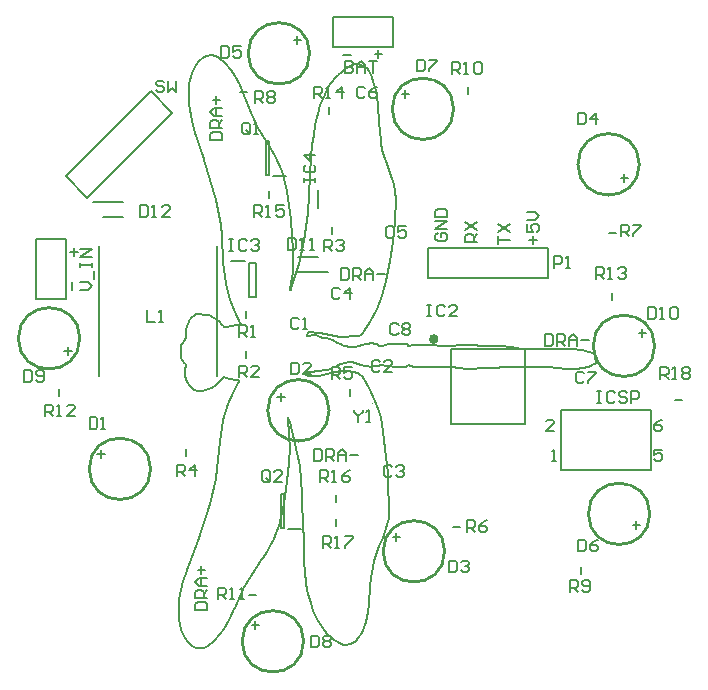
<source format=gto>
G04 Layer_Color=65535*
%FSLAX24Y24*%
%MOIN*%
G70*
G01*
G75*
%ADD23C,0.0100*%
%ADD40C,0.0039*%
%ADD41C,0.0157*%
%ADD42C,0.0050*%
%ADD43C,0.0079*%
%ADD44C,0.0050*%
%ADD45C,0.0050*%
%ADD46C,0.0060*%
%ADD47C,0.0060*%
D23*
X-1846Y-9800D02*
G03*
X-1846Y-9800I-1024J0D01*
G01*
X-996Y-2100D02*
G03*
X-996Y-2100I-1024J0D01*
G01*
X3154Y7950D02*
G03*
X3154Y7950I-1024J0D01*
G01*
X9854Y50D02*
G03*
X9854Y50I-1024J0D01*
G01*
X9694Y-5550D02*
G03*
X9694Y-5550I-1024J0D01*
G01*
X-6946Y-4050D02*
G03*
X-6946Y-4050I-1024J0D01*
G01*
X9344Y6100D02*
G03*
X9344Y6100I-1024J0D01*
G01*
X-9306Y300D02*
G03*
X-9306Y300I-1024J0D01*
G01*
X-1646Y9800D02*
G03*
X-1646Y9800I-1024J0D01*
G01*
X2854Y-6800D02*
G03*
X2854Y-6800I-1024J0D01*
G01*
D40*
X481Y-1888D02*
G03*
X441Y-1888I-20J0D01*
G01*
D02*
G03*
X481Y-1888I20J0D01*
G01*
D41*
X2571Y275D02*
G03*
X2571Y275I-79J0D01*
G01*
D42*
X826Y-6272D02*
D03*
D43*
X-300Y-1618D02*
Y-1382D01*
X7400Y-7568D02*
Y-7332D01*
X3132Y-6000D02*
X3368D01*
X-3968Y8500D02*
X-3732D01*
X-2853Y5696D02*
X-2420D01*
X-2991Y5729D02*
Y6871D01*
X-3109D02*
X-2991D01*
X-3109Y5729D02*
Y6871D01*
Y5729D02*
X-2991D01*
X8332Y3800D02*
X8568D01*
X-1000Y7782D02*
Y8018D01*
X-1376Y4632D02*
Y5232D01*
X-900Y3782D02*
Y4018D01*
X-2032Y2996D02*
X-1363D01*
X-2032Y2504D02*
X-1028D01*
X2300Y2300D02*
Y3300D01*
X6300D01*
X2300Y2300D02*
X6300D01*
Y3300D01*
X9750Y-4100D02*
Y-2100D01*
X6750Y-4100D02*
Y-2100D01*
X9750D01*
X6750Y-4100D02*
X9750D01*
X7833D02*
X9750D01*
X-10000Y-1618D02*
Y-1382D01*
X-2353Y-6054D02*
X-1920D01*
X-2491Y-6021D02*
Y-4879D01*
X-2609D02*
X-2491D01*
X-2609Y-6021D02*
Y-4879D01*
Y-6021D02*
X-2491D01*
X-750Y-5968D02*
Y-5732D01*
Y-5168D02*
Y-4932D01*
X3053Y-60D02*
X5533D01*
Y-2540D02*
Y-60D01*
X3053Y-2540D02*
X5533D01*
X3053D02*
Y-60D01*
X-4278Y2880D02*
X-3806D01*
X-3668Y1679D02*
Y2821D01*
Y1679D02*
X-3432D01*
Y2821D01*
X-3668D02*
X-3432D01*
X-8669Y-965D02*
Y3365D01*
X-4732Y-965D02*
Y3365D01*
X-8535Y4354D02*
X-7865D01*
X-8869Y4846D02*
X-7865D01*
X-3000Y4982D02*
Y5218D01*
X8450Y1582D02*
Y1818D01*
X3650Y8432D02*
Y8668D01*
X-3750Y982D02*
Y1218D01*
Y-368D02*
Y-132D01*
X-6929Y8528D02*
X-6222Y7821D01*
X-9050Y4993D02*
X-6222Y7821D01*
X-9757Y5700D02*
X-6929Y8528D01*
X-9757Y5700D02*
X-9050Y4993D01*
X-850Y10000D02*
X1150D01*
Y11000D01*
X-850D02*
X1150D01*
X-850Y10000D02*
Y11000D01*
X-9750Y1600D02*
Y3600D01*
X-10750D02*
X-9750D01*
X-10750Y1600D02*
Y3600D01*
Y1600D02*
X-9750D01*
X-5750Y-3618D02*
Y-3382D01*
X-3668Y-8250D02*
X-3432D01*
X10532Y-1750D02*
X10768D01*
D44*
X-1733Y365D02*
X-1674Y380D01*
X-1807Y-777D02*
X-1698Y-809D01*
X-1733Y365D02*
X-1705Y501D01*
X-1807Y-777D02*
X-1763Y-927D01*
D45*
X3806Y63D02*
X4089Y45D01*
X3598Y71D02*
X3806Y63D01*
X3392Y62D02*
X3598Y71D01*
X3070Y42D02*
X3392Y62D01*
X2775Y42D02*
X3070D01*
X2442Y70D02*
X2775Y42D01*
X2103Y87D02*
X2442Y70D01*
X1959Y87D02*
X2103D01*
X1858Y75D02*
X1959Y87D01*
X1761Y62D02*
X1858Y75D01*
X1710Y46D02*
X1761Y62D01*
X1671Y38D02*
X1710Y46D01*
X1650Y38D02*
X1671D01*
X1627Y71D02*
X1650Y38D01*
X1592Y103D02*
X1627Y71D01*
X1549Y115D02*
X1592Y103D01*
X1463Y115D02*
X1549D01*
X1231D02*
X1463D01*
X1094Y108D02*
X1231Y115D01*
X949Y101D02*
X1094Y108D01*
X908Y90D02*
X949Y101D01*
X879Y81D02*
X908Y90D01*
X846Y68D02*
X879Y81D01*
X814Y61D02*
X846Y68D01*
X682Y61D02*
X814D01*
X649Y91D02*
X682Y61D01*
X597Y113D02*
X649Y91D01*
X555Y122D02*
X597Y113D01*
X400Y134D02*
X555Y122D01*
X292Y124D02*
X400Y134D01*
X222Y111D02*
X292Y124D01*
X95Y80D02*
X222Y111D01*
X-8Y51D02*
X95Y80D01*
X-134Y26D02*
X-8Y51D01*
X-233Y13D02*
X-134Y26D01*
X-347Y13D02*
X-233D01*
X-428Y28D02*
X-347Y13D01*
X-506Y48D02*
X-428Y28D01*
X-571Y79D02*
X-506Y48D01*
X-611Y101D02*
X-571Y79D01*
X-734Y161D02*
X-611Y101D01*
X-868Y234D02*
X-734Y161D01*
X-1004Y287D02*
X-868Y234D01*
X-1055Y298D02*
X-1004Y287D01*
X-1116Y309D02*
X-1055Y298D01*
X-1244Y309D02*
X-1116D01*
X-1275Y328D02*
X-1244Y309D01*
X-1304Y350D02*
X-1275Y328D01*
X-1419Y400D02*
X-1304Y350D01*
X-1565Y400D02*
X-1419D01*
X-1624Y391D02*
X-1565Y400D01*
X-1674Y380D02*
X-1624Y391D01*
X-14Y376D02*
X52Y416D01*
X124Y472D01*
X183Y537D01*
X381Y845D01*
X595Y1265D01*
X765Y1704D01*
X905Y2208D01*
X1041Y2886D01*
X1126Y3509D01*
X1187Y4171D01*
X1221Y4944D01*
X1211Y5178D02*
X1221Y4944D01*
X1160Y5433D02*
X1211Y5178D01*
X1106Y5618D02*
X1160Y5433D01*
X1030Y5824D02*
X1106Y5618D01*
X930Y6095D02*
X1030Y5824D01*
X822Y6392D02*
X930Y6095D01*
X774Y6586D02*
X822Y6392D01*
X733Y6798D02*
X774Y6586D01*
X719Y6928D02*
X733Y6798D01*
X706Y7153D02*
X719Y6928D01*
X338Y9203D02*
X448Y9005D01*
X258Y9297D02*
X338Y9203D01*
X175Y9354D02*
X258Y9297D01*
X63Y9407D02*
X175Y9354D01*
X-46Y9428D02*
X63Y9407D01*
X-117Y9428D02*
X-46D01*
X-223Y9399D02*
X-117Y9428D01*
X-330Y9348D02*
X-223Y9399D01*
X-453Y9276D02*
X-330Y9348D01*
X-574Y9191D02*
X-453Y9276D01*
X-697Y9087D02*
X-574Y9191D01*
X-789Y8986D02*
X-697Y9087D01*
X-1028Y8666D02*
X-789Y8986D01*
X-1183Y8351D02*
X-1028Y8666D01*
X-1288Y8089D02*
X-1183Y8351D01*
X-1380Y7788D02*
X-1288Y8089D01*
X-1409Y7669D02*
X-1380Y7788D01*
X-1457Y7416D02*
X-1409Y7669D01*
X-1514Y7073D02*
X-1457Y7416D01*
X-1556Y6740D02*
X-1514Y7073D01*
X-1590Y6341D02*
X-1556Y6740D01*
X-1621Y5710D02*
X-1590Y6341D01*
X-3084Y6868D02*
X-2994Y6728D01*
X-3352Y7313D02*
X-3084Y6868D01*
X-3575Y7732D02*
X-3352Y7313D01*
X-3807Y8325D02*
X-3575Y7732D01*
X-3971Y8746D02*
X-3807Y8325D01*
X-4137Y9054D02*
X-3971Y8746D01*
X-4267Y9241D02*
X-4137Y9054D01*
X-4468Y9482D02*
X-4267Y9241D01*
X-4650Y9649D02*
X-4468Y9482D01*
X-4780Y9708D02*
X-4650Y9649D01*
X-4927Y9731D02*
X-4780Y9708D01*
X-5050Y9717D02*
X-4927Y9731D01*
X-5167Y9664D02*
X-5050Y9717D01*
X-5319Y9542D02*
X-5167Y9664D01*
X-5429Y9406D02*
X-5319Y9542D01*
X-5566Y9153D02*
X-5429Y9406D01*
X-5664Y8782D02*
X-5566Y9153D01*
X-5664Y8122D02*
Y8782D01*
Y8122D02*
X-5554Y7532D01*
X-5451Y7152D01*
X-5207Y6378D01*
X-4570Y3696D02*
X-4524Y2846D01*
X-4430Y2107D01*
X-4310Y1577D01*
X-4148Y1187D01*
X-3955Y804D01*
X-5849Y205D02*
X-5804Y250D01*
X-5880Y161D02*
X-5849Y205D01*
X-5919Y83D02*
X-5880Y161D01*
X-5940Y1D02*
X-5919Y83D01*
X-5940Y-64D02*
Y1D01*
Y-131D02*
Y-64D01*
X6907Y-714D02*
X7271Y-722D01*
X6324Y-671D02*
X6907Y-714D01*
X5893Y-654D02*
X6324Y-671D01*
X5438Y-648D02*
X5893Y-654D01*
X4856Y-653D02*
X5438Y-648D01*
X4506Y-674D02*
X4856Y-653D01*
X4074Y-700D02*
X4506Y-674D01*
X3791Y-706D02*
X4074Y-700D01*
X3583Y-706D02*
X3791Y-706D01*
X3377Y-689D02*
X3583Y-706D01*
X3056Y-656D02*
X3377Y-689D01*
X2762Y-645D02*
X3056Y-656D01*
X2427Y-661D02*
X2762Y-645D01*
X2089Y-664D02*
X2427Y-661D01*
X1945Y-658D02*
X2089Y-664D01*
X1844Y-642D02*
X1945Y-658D01*
X1747Y-626D02*
X1844Y-642D01*
X1697Y-607D02*
X1747Y-626D01*
X1659Y-598D02*
X1697Y-607D01*
X1637Y-597D02*
X1659Y-598D01*
X1614Y-629D02*
X1637Y-597D01*
X1577Y-660D02*
X1614Y-629D01*
X1534Y-670D02*
X1577Y-660D01*
X1448Y-667D02*
X1534Y-670D01*
X540Y-638D02*
X583Y-631D01*
X384Y-644D02*
X540Y-638D01*
X277Y-630D02*
X384Y-644D01*
X208Y-614D02*
X277Y-630D01*
X82Y-578D02*
X208Y-614D01*
X-20Y-545D02*
X82Y-578D01*
X-144Y-516D02*
X-20Y-545D01*
X-243Y-499D02*
X-144Y-516D01*
X-357Y-495D02*
X-243Y-499D01*
X-439Y-506D02*
X-357Y-495D01*
X-517Y-523D02*
X-439Y-506D01*
X-583Y-551D02*
X-517Y-523D01*
X-624Y-572D02*
X-583Y-551D01*
X-749Y-627D02*
X-624Y-572D01*
X-887Y-695D02*
X-749Y-627D01*
X-1024Y-742D02*
X-887Y-695D01*
X-1075Y-751D02*
X-1024Y-742D01*
X-1137Y-759D02*
X-1075Y-751D01*
X-1698Y-809D02*
X-1648Y-822D01*
X-1763Y-927D02*
X-1666Y-944D01*
X-1535Y-949D01*
X-1336Y-939D01*
X-1079Y-894D01*
X-921Y-860D01*
X-598Y-801D01*
X-333Y-794D01*
X-197Y-812D01*
X-38Y-870D01*
X26Y-912D01*
X96Y-971D01*
X153Y-1039D01*
X338Y-1354D01*
X535Y-1782D01*
X688Y-2227D01*
X760Y-2531D01*
X682Y-6622D02*
X792Y-6355D01*
X562Y-6914D02*
X682Y-6622D01*
X506Y-7106D02*
X562Y-6914D01*
X457Y-7316D02*
X506Y-7106D01*
X428Y-7511D02*
X457Y-7316D01*
X413Y-7670D02*
X428Y-7511D01*
X379Y-7986D02*
X413Y-7670D01*
X337Y-8570D02*
X379Y-7986D01*
X308Y-8830D02*
X337Y-8570D01*
X229Y-9167D02*
X308Y-8830D01*
X89Y-9506D02*
X229Y-9167D01*
X-32Y-9704D02*
X89Y-9506D01*
X-115Y-9795D02*
X-32Y-9704D01*
X-200Y-9848D02*
X-115Y-9795D01*
X-314Y-9897D02*
X-200Y-9848D01*
X-424Y-9914D02*
X-314Y-9897D01*
X-495Y-9911D02*
X-424Y-9914D01*
X-600Y-9878D02*
X-495Y-9911D01*
X-704Y-9823D02*
X-600Y-9878D01*
X-824Y-9746D02*
X-704Y-9823D01*
X-942Y-9656D02*
X-824Y-9746D01*
X-1061Y-9547D02*
X-942Y-9656D01*
X-1149Y-9443D02*
X-1061Y-9547D01*
X-1376Y-9114D02*
X-1149Y-9443D01*
X-1518Y-8793D02*
X-1376Y-9114D01*
X-1613Y-8527D02*
X-1518Y-8793D01*
X-1693Y-8223D02*
X-1613Y-8527D01*
X-1717Y-8103D02*
X-1693Y-8223D01*
X-1756Y-7848D02*
X-1717Y-8103D01*
X-1799Y-7504D02*
X-1756Y-7848D01*
X-1828Y-7169D02*
X-1799Y-7504D01*
X-1846Y-6769D02*
X-1828Y-7169D01*
X-1849Y-6476D02*
X-1846Y-6769D01*
X-2354Y-2505D02*
X-2324Y-2775D01*
X-2317Y-2941D01*
X-2314Y-3371D01*
X-2333Y-3849D02*
X-2314Y-3371D01*
X-2400Y-4447D02*
X-2333Y-3849D01*
X-2513Y-5210D02*
X-2400Y-4447D01*
X-2596Y-5647D02*
X-2513Y-5210D01*
X-2673Y-5952D02*
X-2596Y-5647D01*
X-2751Y-6180D02*
X-2673Y-5952D01*
X-2834Y-6374D02*
X-2751Y-6180D01*
X-2959Y-6616D02*
X-2834Y-6374D01*
X-3072Y-6811D02*
X-2959Y-6616D01*
X-3203Y-7010D02*
X-3072Y-6811D01*
X-3264Y-7101D02*
X-3203Y-7010D01*
X-3304Y-7158D02*
X-3264Y-7101D01*
X-4319Y-9079D02*
X-4139Y-8665D01*
X-4498Y-9381D02*
X-4319Y-9079D01*
X-4634Y-9562D02*
X-4498Y-9381D01*
X-4844Y-9795D02*
X-4634Y-9562D01*
X-5033Y-9955D02*
X-4844Y-9795D01*
X-5165Y-10008D02*
X-5033Y-9955D01*
X-5313Y-10026D02*
X-5165Y-10008D01*
X-5435Y-10007D02*
X-5313Y-10026D01*
X-5550Y-9950D02*
X-5435Y-10007D01*
X-5698Y-9822D02*
X-5550Y-9950D01*
X-5802Y-9681D02*
X-5698Y-9822D01*
X-5928Y-9423D02*
X-5802Y-9681D01*
X-6012Y-9049D02*
X-5928Y-9423D01*
X-6012Y-9049D02*
X-5986Y-8389D01*
X-5853Y-7804D01*
X-5740Y-7439D01*
X-4751Y-4387D02*
X-4721Y-4010D01*
X-4641Y-3162D01*
X-4518Y-2427D01*
X-4378Y-1902D01*
X-4201Y-1519D01*
X-4019Y-1192D01*
X-4782Y-1261D02*
X-4551Y-1051D01*
X-4902Y-1352D02*
X-4782Y-1261D01*
X-5226Y-1462D02*
X-4902Y-1352D01*
X-5381Y-1456D02*
X-5226Y-1462D01*
X-5495Y-1412D02*
X-5381Y-1456D01*
X-5644Y-1294D02*
X-5495Y-1412D01*
X-5731Y-1151D02*
X-5644Y-1294D01*
X-5813Y-944D02*
X-5731Y-1151D01*
X-5813Y-944D02*
X-5805Y-742D01*
X-5768Y-590D01*
X-5766Y-553D01*
X-5821Y-516D02*
X-5766Y-553D01*
X-5862Y-471D02*
X-5821Y-516D01*
X-5891Y-426D02*
X-5862Y-471D01*
X-5927Y-346D02*
X-5891Y-426D01*
X-5945Y-264D02*
X-5927Y-346D01*
X-5945Y-264D02*
X-5943Y-199D01*
X-5940Y-131D01*
X7872Y-247D02*
X7873Y-247D01*
X7873Y-247D01*
X7873Y-247D02*
X7873Y-247D01*
X7872Y-247D02*
X7873Y-247D01*
X7866Y-244D02*
X7872Y-247D01*
X7846Y-233D02*
X7866Y-244D01*
X7790Y-205D02*
X7846Y-233D01*
X7663Y-148D02*
X7790Y-205D01*
X7441Y-83D02*
X7663Y-148D01*
X7103Y-57D02*
X7441Y-83D01*
X6508Y-63D02*
X7103Y-57D01*
X5423Y-55D02*
X6508Y-63D01*
X-1705Y501D02*
X-1313Y488D01*
X-618Y348D01*
X-52Y369D01*
X679Y7588D02*
X706Y7153D01*
X610Y8443D02*
X679Y7588D01*
X442Y8984D02*
X610Y8443D01*
X-1704Y4475D02*
X-1621Y5722D01*
X-1823Y3533D02*
X-1704Y4475D01*
X-2005Y2792D02*
X-1823Y3533D01*
X-2226Y2075D02*
X-2005Y2792D01*
X-2267Y1957D02*
X-2226Y2075D01*
X-2278Y1930D02*
X-2267Y1957D01*
X-2282Y1924D02*
X-2278Y1930D01*
X-2284Y1921D02*
X-2282Y1924D01*
X-2285Y1921D02*
X-2284Y1921D01*
X-2286Y1921D02*
X-2285Y1921D01*
X-2287Y1922D02*
X-2286Y1921D01*
X-2288Y1925D02*
X-2287Y1922D01*
X-2288Y1934D02*
X-2288Y1925D01*
X-2288Y1934D02*
X-2259Y2136D01*
X-2215Y2523D01*
X-2197Y3212D01*
X-2262Y4252D02*
X-2197Y3212D01*
X-2385Y5214D02*
X-2262Y4252D01*
X-2551Y5866D02*
X-2385Y5214D01*
X-2791Y6382D02*
X-2551Y5866D01*
X-3019Y6767D02*
X-2791Y6382D01*
X-5152Y6238D02*
X-4752Y4906D01*
X-4597Y4093D01*
X-3954Y804D02*
X-3948Y775D01*
X-3960Y760D02*
X-3948Y775D01*
X-4019Y750D02*
X-3960Y760D01*
X-4094Y745D02*
X-4019Y750D01*
X-4384Y692D02*
X-4094Y745D01*
X-4453Y668D02*
X-4384Y692D01*
X-4485Y669D02*
X-4453Y668D01*
X-4516Y702D02*
X-4485Y669D01*
X-4557Y754D02*
X-4516Y702D01*
X-4683Y887D02*
X-4557Y754D01*
X-4990Y1087D02*
X-4683Y887D01*
X-5419Y1126D02*
X-4990Y1087D01*
X-5641Y937D02*
X-5419Y1126D01*
X-5765Y619D02*
X-5641Y937D01*
X-5765Y619D02*
X-5759Y348D01*
X-5798Y250D02*
X-5759Y348D01*
X7906Y-291D02*
X7922Y-402D01*
X7872Y-247D02*
X7906Y-291D01*
X7865Y-556D02*
X7867Y-555D01*
X7867Y-555D01*
X7867Y-555D02*
X7867Y-555D01*
X7866Y-556D02*
X7867Y-555D01*
X7860Y-559D02*
X7866Y-556D01*
X7840Y-568D02*
X7860Y-559D01*
X7783Y-595D02*
X7840Y-568D01*
X7653Y-646D02*
X7783Y-595D01*
X7429Y-703D02*
X7653Y-646D01*
X899Y-620D02*
X1291Y-659D01*
X776Y-589D02*
X899Y-620D01*
X586Y-626D02*
X776Y-589D01*
X-1346Y-797D02*
X-1144Y-755D01*
X-1641Y-822D02*
X-1346Y-797D01*
X979Y-4202D02*
X990Y-5673D01*
X825Y-6271D02*
X990Y-5673D01*
X-1887Y-4900D02*
X-1853Y-6149D01*
X-2122Y-3207D02*
X-1969Y-3954D01*
X-2315Y-2481D02*
X-2122Y-3207D01*
X-2351Y-2362D02*
X-2315Y-2481D01*
X-2361Y-2335D02*
X-2351Y-2362D01*
X-2365Y-2328D02*
X-2361Y-2335D01*
X-2367Y-2325D02*
X-2365Y-2328D01*
X-2368Y-2324D02*
X-2367Y-2325D01*
X-2369Y-2325D02*
X-2368Y-2324D01*
X-2370Y-2326D02*
X-2369Y-2325D01*
X-2371Y-2329D02*
X-2370Y-2326D01*
X-2372Y-2338D02*
X-2371Y-2329D01*
X-2372Y-2338D02*
X-2351Y-2541D01*
X-5726Y-7432D02*
X-5381Y-6467D01*
X-4950Y-5212D01*
X-4763Y-4405D01*
X-3992Y-1143D02*
X-3985Y-1115D01*
X-3997Y-1099D02*
X-3985Y-1115D01*
X-4055Y-1087D02*
X-3997Y-1099D01*
X-4129Y-1080D02*
X-4055Y-1087D01*
X-4417Y-1015D02*
X-4129Y-1080D01*
X-4486Y-988D02*
X-4417Y-1015D01*
X-4518Y-988D02*
X-4486Y-988D01*
X-4549Y-1020D02*
X-4518Y-988D01*
X7902Y-513D02*
X7922Y-402D01*
X7865Y-556D02*
X7902Y-513D01*
X752Y-2544D02*
X979Y-4202D01*
X4089Y45D02*
X4675D01*
X1299Y-667D02*
X1448D01*
X1291Y-659D02*
X1299Y-667D01*
X583Y-631D02*
X586Y-626D01*
X-1144Y-755D02*
X-1137Y-759D01*
X-1849Y-6476D02*
Y-6152D01*
X-1853Y-6149D02*
X-1849Y-6152D01*
X-46Y376D02*
X-14D01*
X-52Y369D02*
X-46Y376D01*
X442Y8984D02*
X448Y9005D01*
X-1621Y5710D02*
Y5722D01*
X-5152Y6238D02*
Y6323D01*
X-5188Y6359D02*
X-5152Y6323D01*
X-5207Y6378D02*
X-5188Y6359D01*
X-5804Y250D02*
X-5798Y250D01*
X-4551Y-1051D02*
X-4549Y-1020D01*
X-5740Y-7439D02*
X-5726Y-7432D01*
X-3762Y-7892D02*
X-3290Y-7139D01*
X-3804Y-7952D02*
X-3762Y-7892D01*
X-3829Y-7996D02*
X-3804Y-7952D01*
X-3938Y-8210D02*
X-3829Y-7996D01*
X-4043Y-8458D02*
X-3938Y-8210D01*
X-4144Y-8676D02*
X-4043Y-8458D01*
X5225Y-29D02*
X5423Y-55D01*
X5086Y1D02*
X5225Y-29D01*
X4952Y26D02*
X5086Y1D01*
X4823Y41D02*
X4952Y26D01*
X4675Y45D02*
X4823Y41D01*
X-4597Y4093D02*
X-4570Y3696D01*
X-4019Y-1192D02*
X-3992Y-1143D01*
X-4763Y-4405D02*
X-4751Y-4387D01*
X792Y-6355D02*
X825Y-6271D01*
X752Y-2544D02*
X760Y-2531D01*
X-1648Y-822D02*
X-1641Y-822D01*
X7271Y-722D02*
X7429Y-703D01*
X-1969Y-3954D02*
X-1887Y-4900D01*
D46*
X-150Y-2100D02*
Y-2167D01*
X-17Y-2300D01*
X117Y-2167D01*
Y-2100D01*
X-17Y-2300D02*
Y-2500D01*
X250D02*
X383D01*
X317D01*
Y-2100D01*
X250Y-2167D01*
X10050Y-1050D02*
Y-650D01*
X10250D01*
X10317Y-717D01*
Y-850D01*
X10250Y-917D01*
X10050D01*
X10183D02*
X10317Y-1050D01*
X10450D02*
X10583D01*
X10517D01*
Y-650D01*
X10450Y-717D01*
X10783D02*
X10850Y-650D01*
X10983D01*
X11050Y-717D01*
Y-783D01*
X10983Y-850D01*
X11050Y-917D01*
Y-983D01*
X10983Y-1050D01*
X10850D01*
X10783Y-983D01*
Y-917D01*
X10850Y-850D01*
X10783Y-783D01*
Y-717D01*
X10850Y-850D02*
X10983D01*
X-1200Y-6700D02*
Y-6300D01*
X-1000D01*
X-933Y-6367D01*
Y-6500D01*
X-1000Y-6567D01*
X-1200D01*
X-1067D02*
X-933Y-6700D01*
X-800D02*
X-667D01*
X-733D01*
Y-6300D01*
X-800Y-6367D01*
X-467Y-6300D02*
X-200D01*
Y-6367D01*
X-467Y-6633D01*
Y-6700D01*
X-1290Y-4480D02*
Y-4080D01*
X-1090D01*
X-1023Y-4147D01*
Y-4280D01*
X-1090Y-4347D01*
X-1290D01*
X-1157D02*
X-1023Y-4480D01*
X-890D02*
X-757D01*
X-823D01*
Y-4080D01*
X-890Y-4147D01*
X-290Y-4080D02*
X-424Y-4147D01*
X-557Y-4280D01*
Y-4413D01*
X-490Y-4480D01*
X-357D01*
X-290Y-4413D01*
Y-4347D01*
X-357Y-4280D01*
X-557D01*
X-2963Y-4423D02*
Y-4157D01*
X-3030Y-4090D01*
X-3163D01*
X-3230Y-4157D01*
Y-4423D01*
X-3163Y-4490D01*
X-3030D01*
X-3097Y-4357D02*
X-2963Y-4490D01*
X-3030D02*
X-2963Y-4423D01*
X-2564Y-4490D02*
X-2830D01*
X-2564Y-4223D01*
Y-4157D01*
X-2630Y-4090D01*
X-2763D01*
X-2830Y-4157D01*
X1317Y759D02*
X1250Y825D01*
X1117D01*
X1050Y759D01*
Y492D01*
X1117Y426D01*
X1250D01*
X1317Y492D01*
X1450Y759D02*
X1517Y825D01*
X1650D01*
X1716Y759D01*
Y692D01*
X1650Y626D01*
X1716Y559D01*
Y492D01*
X1650Y426D01*
X1517D01*
X1450Y492D01*
Y559D01*
X1517Y626D01*
X1450Y692D01*
Y759D01*
X1517Y626D02*
X1650D01*
X4650Y3450D02*
Y3717D01*
Y3583D01*
X5050D01*
X4650Y3850D02*
X5050Y4116D01*
X4650D02*
X5050Y3850D01*
X3950Y3500D02*
X3550D01*
Y3700D01*
X3617Y3767D01*
X3750D01*
X3817Y3700D01*
Y3500D01*
Y3633D02*
X3950Y3767D01*
X3550Y3900D02*
X3950Y4166D01*
X3550D02*
X3950Y3900D01*
X5800Y3450D02*
Y3717D01*
X5667Y3583D02*
X5933D01*
X5600Y4116D02*
Y3850D01*
X5800D01*
X5733Y3983D01*
Y4050D01*
X5800Y4116D01*
X5933D01*
X6000Y4050D01*
Y3917D01*
X5933Y3850D01*
X5600Y4250D02*
X5867D01*
X6000Y4383D01*
X5867Y4516D01*
X5600D01*
X2617Y3817D02*
X2550Y3750D01*
Y3617D01*
X2617Y3550D01*
X2883D01*
X2950Y3617D01*
Y3750D01*
X2883Y3817D01*
X2750D01*
Y3683D01*
X2950Y3950D02*
X2550D01*
X2950Y4216D01*
X2550D01*
Y4350D02*
X2950D01*
Y4550D01*
X2883Y4616D01*
X2617D01*
X2550Y4550D01*
Y4350D01*
X-4950Y6900D02*
X-4550D01*
Y7100D01*
X-4617Y7167D01*
X-4883D01*
X-4950Y7100D01*
Y6900D01*
X-4550Y7300D02*
X-4950D01*
Y7500D01*
X-4883Y7566D01*
X-4750D01*
X-4683Y7500D01*
Y7300D01*
Y7433D02*
X-4550Y7566D01*
Y7700D02*
X-4817D01*
X-4950Y7833D01*
X-4817Y7966D01*
X-4550D01*
X-4750D01*
Y7700D01*
Y8100D02*
Y8366D01*
X-4883Y8233D02*
X-4617D01*
X-250Y9750D02*
X-517D01*
X-9550Y1900D02*
Y2167D01*
X-2600Y-1800D02*
Y-1533D01*
X-2733Y-1667D02*
X-2467D01*
X-9700Y-250D02*
Y17D01*
X-9833Y-117D02*
X-9567D01*
X-9500Y3050D02*
Y3317D01*
X-9633Y3183D02*
X-9367D01*
X-2050Y10100D02*
Y10367D01*
X-2183Y10233D02*
X-1917D01*
X650Y9650D02*
Y9917D01*
X517Y9783D02*
X783D01*
X1550Y8300D02*
Y8567D01*
X1417Y8433D02*
X1683D01*
X8850Y5500D02*
Y5767D01*
X8717Y5633D02*
X8983D01*
X9450Y350D02*
Y617D01*
X9317Y483D02*
X9583D01*
X9250Y-6050D02*
Y-5783D01*
X9117Y-5917D02*
X9383D01*
X1250Y-6450D02*
Y-6183D01*
X1117Y-6317D02*
X1383D01*
X-3450Y-9400D02*
Y-9133D01*
X-3583Y-9267D02*
X-3317D01*
X-8600Y-3700D02*
Y-3433D01*
X-8733Y-3567D02*
X-8467D01*
X-5450Y-8750D02*
X-5050D01*
Y-8550D01*
X-5117Y-8483D01*
X-5383D01*
X-5450Y-8550D01*
Y-8750D01*
X-5050Y-8350D02*
X-5450D01*
Y-8150D01*
X-5383Y-8084D01*
X-5250D01*
X-5183Y-8150D01*
Y-8350D01*
Y-8217D02*
X-5050Y-8084D01*
Y-7950D02*
X-5317D01*
X-5450Y-7817D01*
X-5317Y-7684D01*
X-5050D01*
X-5250D01*
Y-7950D01*
Y-7550D02*
Y-7284D01*
X-5383Y-7417D02*
X-5117D01*
X-1500Y-3400D02*
Y-3800D01*
X-1300D01*
X-1233Y-3733D01*
Y-3467D01*
X-1300Y-3400D01*
X-1500D01*
X-1100Y-3800D02*
Y-3400D01*
X-900D01*
X-834Y-3467D01*
Y-3600D01*
X-900Y-3667D01*
X-1100D01*
X-967D02*
X-834Y-3800D01*
X-700D02*
Y-3533D01*
X-567Y-3400D01*
X-434Y-3533D01*
Y-3800D01*
Y-3600D01*
X-700D01*
X-300D02*
X-34D01*
X-600Y2650D02*
Y2250D01*
X-400D01*
X-333Y2317D01*
Y2583D01*
X-400Y2650D01*
X-600D01*
X-200Y2250D02*
Y2650D01*
X-0D01*
X66Y2583D01*
Y2450D01*
X-0Y2383D01*
X-200D01*
X-67D02*
X66Y2250D01*
X200D02*
Y2517D01*
X333Y2650D01*
X466Y2517D01*
Y2250D01*
Y2450D01*
X200D01*
X600D02*
X866D01*
X6200Y450D02*
Y50D01*
X6400D01*
X6467Y117D01*
Y383D01*
X6400Y450D01*
X6200D01*
X6600Y50D02*
Y450D01*
X6800D01*
X6866Y383D01*
Y250D01*
X6800Y183D01*
X6600D01*
X6733D02*
X6866Y50D01*
X7000D02*
Y317D01*
X7133Y450D01*
X7266Y317D01*
Y50D01*
Y250D01*
X7000D01*
X7400D02*
X7666D01*
D47*
X-7300Y4744D02*
Y4350D01*
X-7103D01*
X-7038Y4416D01*
Y4678D01*
X-7103Y4744D01*
X-7300D01*
X-6906Y4350D02*
X-6775D01*
X-6841D01*
Y4744D01*
X-6906Y4678D01*
X-6316Y4350D02*
X-6578D01*
X-6316Y4612D01*
Y4678D01*
X-6382Y4744D01*
X-6513D01*
X-6578Y4678D01*
X-2350Y3644D02*
Y3250D01*
X-2153D01*
X-2088Y3316D01*
Y3578D01*
X-2153Y3644D01*
X-2350D01*
X-1956Y3250D02*
X-1825D01*
X-1891D01*
Y3644D01*
X-1956Y3578D01*
X-1628Y3250D02*
X-1497D01*
X-1563D01*
Y3644D01*
X-1628Y3578D01*
X7506Y-872D02*
X7440Y-806D01*
X7309D01*
X7243Y-872D01*
Y-1134D01*
X7309Y-1200D01*
X7440D01*
X7506Y-1134D01*
X7637Y-806D02*
X7899D01*
Y-872D01*
X7637Y-1134D01*
Y-1200D01*
X212Y8628D02*
X147Y8694D01*
X16D01*
X-50Y8628D01*
Y8366D01*
X16Y8300D01*
X147D01*
X212Y8366D01*
X606Y8694D02*
X475Y8628D01*
X344Y8497D01*
Y8366D01*
X409Y8300D01*
X540D01*
X606Y8366D01*
Y8431D01*
X540Y8497D01*
X344D01*
X1162Y3978D02*
X1097Y4044D01*
X966D01*
X900Y3978D01*
Y3716D01*
X966Y3650D01*
X1097D01*
X1162Y3716D01*
X1556Y4044D02*
X1294D01*
Y3847D01*
X1425Y3912D01*
X1490D01*
X1556Y3847D01*
Y3716D01*
X1490Y3650D01*
X1359D01*
X1294Y3716D01*
X-1500Y8300D02*
Y8694D01*
X-1303D01*
X-1238Y8628D01*
Y8497D01*
X-1303Y8431D01*
X-1500D01*
X-1369D02*
X-1238Y8300D01*
X-1106D02*
X-975D01*
X-1041D01*
Y8694D01*
X-1106Y8628D01*
X-582Y8300D02*
Y8694D01*
X-778Y8497D01*
X-516D01*
X1106Y-3996D02*
X1040Y-3931D01*
X909D01*
X843Y-3996D01*
Y-4259D01*
X909Y-4324D01*
X1040D01*
X1106Y-4259D01*
X1237Y-3996D02*
X1302Y-3931D01*
X1434D01*
X1499Y-3996D01*
Y-4062D01*
X1434Y-4128D01*
X1368D01*
X1434D01*
X1499Y-4193D01*
Y-4259D01*
X1434Y-4324D01*
X1302D01*
X1237Y-4259D01*
X706Y-496D02*
X640Y-431D01*
X509D01*
X443Y-496D01*
Y-759D01*
X509Y-824D01*
X640D01*
X706Y-759D01*
X1099Y-824D02*
X837D01*
X1099Y-562D01*
Y-496D01*
X1034Y-431D01*
X902D01*
X837Y-496D01*
X-1988Y928D02*
X-2053Y994D01*
X-2184D01*
X-2250Y928D01*
Y666D01*
X-2184Y600D01*
X-2053D01*
X-1988Y666D01*
X-1856Y600D02*
X-1725D01*
X-1791D01*
Y994D01*
X-1856Y928D01*
X-1150Y3200D02*
Y3594D01*
X-953D01*
X-888Y3528D01*
Y3397D01*
X-953Y3331D01*
X-1150D01*
X-1019D02*
X-888Y3200D01*
X-756Y3528D02*
X-691Y3594D01*
X-560D01*
X-494Y3528D01*
Y3462D01*
X-560Y3397D01*
X-625D01*
X-560D01*
X-494Y3331D01*
Y3266D01*
X-560Y3200D01*
X-691D01*
X-756Y3266D01*
X-4000Y-1000D02*
Y-606D01*
X-3803D01*
X-3738Y-672D01*
Y-803D01*
X-3803Y-869D01*
X-4000D01*
X-3869D02*
X-3738Y-1000D01*
X-3344D02*
X-3606D01*
X-3344Y-738D01*
Y-672D01*
X-3410Y-606D01*
X-3541D01*
X-3606Y-672D01*
X-4000Y350D02*
Y744D01*
X-3803D01*
X-3738Y678D01*
Y547D01*
X-3803Y481D01*
X-4000D01*
X-3869D02*
X-3738Y350D01*
X-3606D02*
X-3475D01*
X-3541D01*
Y744D01*
X-3606Y678D01*
X7950Y-1456D02*
X8081D01*
X8016D01*
Y-1850D01*
X7950D01*
X8081D01*
X8540Y-1522D02*
X8475Y-1456D01*
X8344D01*
X8278Y-1522D01*
Y-1784D01*
X8344Y-1850D01*
X8475D01*
X8540Y-1784D01*
X8934Y-1522D02*
X8868Y-1456D01*
X8737D01*
X8672Y-1522D01*
Y-1588D01*
X8737Y-1653D01*
X8868D01*
X8934Y-1719D01*
Y-1784D01*
X8868Y-1850D01*
X8737D01*
X8672Y-1784D01*
X9065Y-1850D02*
Y-1456D01*
X9262D01*
X9328Y-1522D01*
Y-1653D01*
X9262Y-1719D01*
X9065D01*
X2283Y1424D02*
X2414D01*
X2349D01*
Y1030D01*
X2283D01*
X2414D01*
X2874Y1358D02*
X2808Y1424D01*
X2677D01*
X2611Y1358D01*
Y1096D01*
X2677Y1030D01*
X2808D01*
X2874Y1096D01*
X3267Y1030D02*
X3005D01*
X3267Y1292D01*
Y1358D01*
X3202Y1424D01*
X3070D01*
X3005Y1358D01*
X6500Y2650D02*
Y3044D01*
X6697D01*
X6762Y2978D01*
Y2847D01*
X6697Y2781D01*
X6500D01*
X6894Y2650D02*
X7025D01*
X6959D01*
Y3044D01*
X6894Y2978D01*
X-450Y9544D02*
Y9150D01*
X-253D01*
X-188Y9216D01*
Y9281D01*
X-253Y9347D01*
X-450D01*
X-253D01*
X-188Y9412D01*
Y9478D01*
X-253Y9544D01*
X-450D01*
X-56Y9150D02*
Y9412D01*
X75Y9544D01*
X206Y9412D01*
Y9150D01*
Y9347D01*
X-56D01*
X337Y9544D02*
X600D01*
X468D01*
Y9150D01*
X-9294Y1900D02*
X-9031D01*
X-8900Y2031D01*
X-9031Y2162D01*
X-9294D01*
X-8834Y2294D02*
Y2556D01*
X-9294Y2687D02*
Y2818D01*
Y2753D01*
X-8900D01*
Y2687D01*
Y2818D01*
Y3015D02*
X-9294D01*
X-8900Y3278D01*
X-9294D01*
X-8980Y-2326D02*
Y-2720D01*
X-8783D01*
X-8718Y-2654D01*
Y-2392D01*
X-8783Y-2326D01*
X-8980D01*
X-8586Y-2720D02*
X-8455D01*
X-8521D01*
Y-2326D01*
X-8586Y-2392D01*
X-2250Y-506D02*
Y-900D01*
X-2053D01*
X-1988Y-834D01*
Y-572D01*
X-2053Y-506D01*
X-2250D01*
X-1594Y-900D02*
X-1856D01*
X-1594Y-638D01*
Y-572D01*
X-1660Y-506D01*
X-1791D01*
X-1856Y-572D01*
X3000Y-7106D02*
Y-7500D01*
X3197D01*
X3262Y-7434D01*
Y-7172D01*
X3197Y-7106D01*
X3000D01*
X3394Y-7172D02*
X3459Y-7106D01*
X3590D01*
X3656Y-7172D01*
Y-7238D01*
X3590Y-7303D01*
X3525D01*
X3590D01*
X3656Y-7369D01*
Y-7434D01*
X3590Y-7500D01*
X3459D01*
X3394Y-7434D01*
X7310Y7824D02*
Y7430D01*
X7507D01*
X7572Y7496D01*
Y7758D01*
X7507Y7824D01*
X7310D01*
X7900Y7430D02*
Y7824D01*
X7704Y7627D01*
X7966D01*
X-4600Y10044D02*
Y9650D01*
X-4403D01*
X-4338Y9716D01*
Y9978D01*
X-4403Y10044D01*
X-4600D01*
X-3944D02*
X-4206D01*
Y9847D01*
X-4075Y9912D01*
X-4010D01*
X-3944Y9847D01*
Y9716D01*
X-4010Y9650D01*
X-4141D01*
X-4206Y9716D01*
X7300Y-6406D02*
Y-6800D01*
X7497D01*
X7562Y-6734D01*
Y-6472D01*
X7497Y-6406D01*
X7300D01*
X7956D02*
X7825Y-6472D01*
X7694Y-6603D01*
Y-6734D01*
X7759Y-6800D01*
X7890D01*
X7956Y-6734D01*
Y-6669D01*
X7890Y-6603D01*
X7694D01*
X1950Y9594D02*
Y9200D01*
X2147D01*
X2212Y9266D01*
Y9528D01*
X2147Y9594D01*
X1950D01*
X2344D02*
X2606D01*
Y9528D01*
X2344Y9266D01*
Y9200D01*
X-1600Y-9606D02*
Y-10000D01*
X-1403D01*
X-1338Y-9934D01*
Y-9672D01*
X-1403Y-9606D01*
X-1600D01*
X-1206Y-9672D02*
X-1141Y-9606D01*
X-1010D01*
X-944Y-9672D01*
Y-9738D01*
X-1010Y-9803D01*
X-944Y-9869D01*
Y-9934D01*
X-1010Y-10000D01*
X-1141D01*
X-1206Y-9934D01*
Y-9869D01*
X-1141Y-9803D01*
X-1206Y-9738D01*
Y-9672D01*
X-1141Y-9803D02*
X-1010D01*
X-11150Y-756D02*
Y-1150D01*
X-10953D01*
X-10888Y-1084D01*
Y-822D01*
X-10953Y-756D01*
X-11150D01*
X-10756Y-1084D02*
X-10691Y-1150D01*
X-10560D01*
X-10494Y-1084D01*
Y-822D01*
X-10560Y-756D01*
X-10691D01*
X-10756Y-822D01*
Y-888D01*
X-10691Y-953D01*
X-10494D01*
X9650Y1344D02*
Y950D01*
X9847D01*
X9912Y1016D01*
Y1278D01*
X9847Y1344D01*
X9650D01*
X10044Y950D02*
X10175D01*
X10109D01*
Y1344D01*
X10044Y1278D01*
X10372D02*
X10437Y1344D01*
X10568D01*
X10634Y1278D01*
Y1016D01*
X10568Y950D01*
X10437D01*
X10372Y1016D01*
Y1278D01*
X-6050Y-4300D02*
Y-3906D01*
X-5853D01*
X-5788Y-3972D01*
Y-4103D01*
X-5853Y-4169D01*
X-6050D01*
X-5919D02*
X-5788Y-4300D01*
X-5460D02*
Y-3906D01*
X-5656Y-4103D01*
X-5394D01*
X-900Y-1050D02*
Y-656D01*
X-703D01*
X-638Y-722D01*
Y-853D01*
X-703Y-919D01*
X-900D01*
X-769D02*
X-638Y-1050D01*
X-244Y-656D02*
X-506D01*
Y-853D01*
X-375Y-788D01*
X-310D01*
X-244Y-853D01*
Y-984D01*
X-310Y-1050D01*
X-441D01*
X-506Y-984D01*
X3600Y-6150D02*
Y-5756D01*
X3797D01*
X3862Y-5822D01*
Y-5953D01*
X3797Y-6019D01*
X3600D01*
X3731D02*
X3862Y-6150D01*
X4256Y-5756D02*
X4125Y-5822D01*
X3994Y-5953D01*
Y-6084D01*
X4059Y-6150D01*
X4190D01*
X4256Y-6084D01*
Y-6019D01*
X4190Y-5953D01*
X3994D01*
X8750Y3700D02*
Y4094D01*
X8947D01*
X9012Y4028D01*
Y3897D01*
X8947Y3831D01*
X8750D01*
X8881D02*
X9012Y3700D01*
X9144Y4094D02*
X9406D01*
Y4028D01*
X9144Y3766D01*
Y3700D01*
X-3450Y8150D02*
Y8544D01*
X-3253D01*
X-3188Y8478D01*
Y8347D01*
X-3253Y8281D01*
X-3450D01*
X-3319D02*
X-3188Y8150D01*
X-3056Y8478D02*
X-2991Y8544D01*
X-2860D01*
X-2794Y8478D01*
Y8412D01*
X-2860Y8347D01*
X-2794Y8281D01*
Y8216D01*
X-2860Y8150D01*
X-2991D01*
X-3056Y8216D01*
Y8281D01*
X-2991Y8347D01*
X-3056Y8412D01*
Y8478D01*
X-2991Y8347D02*
X-2860D01*
X7050Y-8150D02*
Y-7756D01*
X7247D01*
X7312Y-7822D01*
Y-7953D01*
X7247Y-8019D01*
X7050D01*
X7181D02*
X7312Y-8150D01*
X7444Y-8084D02*
X7509Y-8150D01*
X7640D01*
X7706Y-8084D01*
Y-7822D01*
X7640Y-7756D01*
X7509D01*
X7444Y-7822D01*
Y-7888D01*
X7509Y-7953D01*
X7706D01*
X3110Y9120D02*
Y9514D01*
X3307D01*
X3372Y9448D01*
Y9317D01*
X3307Y9251D01*
X3110D01*
X3241D02*
X3372Y9120D01*
X3504D02*
X3635D01*
X3569D01*
Y9514D01*
X3504Y9448D01*
X3832D02*
X3897Y9514D01*
X4028D01*
X4094Y9448D01*
Y9186D01*
X4028Y9120D01*
X3897D01*
X3832Y9186D01*
Y9448D01*
X-4700Y-8400D02*
Y-8006D01*
X-4503D01*
X-4438Y-8072D01*
Y-8203D01*
X-4503Y-8269D01*
X-4700D01*
X-4569D02*
X-4438Y-8400D01*
X-4306D02*
X-4175D01*
X-4241D01*
Y-8006D01*
X-4306Y-8072D01*
X-3978Y-8400D02*
X-3847D01*
X-3913D01*
Y-8006D01*
X-3978Y-8072D01*
X-10450Y-2300D02*
Y-1906D01*
X-10253D01*
X-10188Y-1972D01*
Y-2103D01*
X-10253Y-2169D01*
X-10450D01*
X-10319D02*
X-10188Y-2300D01*
X-10056D02*
X-9925D01*
X-9991D01*
Y-1906D01*
X-10056Y-1972D01*
X-9466Y-2300D02*
X-9728D01*
X-9466Y-2038D01*
Y-1972D01*
X-9532Y-1906D01*
X-9663D01*
X-9728Y-1972D01*
X7910Y2270D02*
Y2664D01*
X8107D01*
X8172Y2598D01*
Y2467D01*
X8107Y2401D01*
X7910D01*
X8041D02*
X8172Y2270D01*
X8304D02*
X8435D01*
X8369D01*
Y2664D01*
X8304Y2598D01*
X8632D02*
X8697Y2664D01*
X8828D01*
X8894Y2598D01*
Y2532D01*
X8828Y2467D01*
X8763D01*
X8828D01*
X8894Y2401D01*
Y2336D01*
X8828Y2270D01*
X8697D01*
X8632Y2336D01*
X-4330Y3604D02*
X-4199D01*
X-4264D01*
Y3210D01*
X-4330D01*
X-4199D01*
X-3740Y3538D02*
X-3805Y3604D01*
X-3936D01*
X-4002Y3538D01*
Y3276D01*
X-3936Y3210D01*
X-3805D01*
X-3740Y3276D01*
X-3608Y3538D02*
X-3543Y3604D01*
X-3412D01*
X-3346Y3538D01*
Y3472D01*
X-3412Y3407D01*
X-3477D01*
X-3412D01*
X-3346Y3341D01*
Y3276D01*
X-3412Y3210D01*
X-3543D01*
X-3608Y3276D01*
X-1844Y5500D02*
Y5631D01*
Y5566D01*
X-1450D01*
Y5500D01*
Y5631D01*
X-1778Y6090D02*
X-1844Y6025D01*
Y5894D01*
X-1778Y5828D01*
X-1516D01*
X-1450Y5894D01*
Y6025D01*
X-1516Y6090D01*
X-1450Y6418D02*
X-1844D01*
X-1647Y6222D01*
Y6484D01*
X-638Y1928D02*
X-703Y1994D01*
X-834D01*
X-900Y1928D01*
Y1666D01*
X-834Y1600D01*
X-703D01*
X-638Y1666D01*
X-310Y1600D02*
Y1994D01*
X-506Y1797D01*
X-244D01*
X-7050Y1244D02*
Y850D01*
X-6788D01*
X-6656D02*
X-6525D01*
X-6591D01*
Y1244D01*
X-6656Y1178D01*
X-3500Y4350D02*
Y4744D01*
X-3303D01*
X-3238Y4678D01*
Y4547D01*
X-3303Y4481D01*
X-3500D01*
X-3369D02*
X-3238Y4350D01*
X-3106D02*
X-2975D01*
X-3041D01*
Y4744D01*
X-3106Y4678D01*
X-2516Y4744D02*
X-2778D01*
Y4547D01*
X-2647Y4612D01*
X-2582D01*
X-2516Y4547D01*
Y4416D01*
X-2582Y4350D01*
X-2713D01*
X-2778Y4416D01*
X-6488Y8828D02*
X-6553Y8894D01*
X-6684D01*
X-6750Y8828D01*
Y8762D01*
X-6684Y8697D01*
X-6553D01*
X-6488Y8631D01*
Y8566D01*
X-6553Y8500D01*
X-6684D01*
X-6750Y8566D01*
X-6356Y8894D02*
Y8500D01*
X-6225Y8631D01*
X-6094Y8500D01*
Y8894D01*
X-3638Y7166D02*
Y7428D01*
X-3703Y7494D01*
X-3834D01*
X-3900Y7428D01*
Y7166D01*
X-3834Y7100D01*
X-3703D01*
X-3769Y7231D02*
X-3638Y7100D01*
X-3703D02*
X-3638Y7166D01*
X-3506Y7100D02*
X-3375D01*
X-3441D01*
Y7494D01*
X-3506Y7428D01*
X10112Y-2406D02*
X9981Y-2472D01*
X9850Y-2603D01*
Y-2734D01*
X9916Y-2800D01*
X10047D01*
X10112Y-2734D01*
Y-2669D01*
X10047Y-2603D01*
X9850D01*
X10112Y-3406D02*
X9850D01*
Y-3603D01*
X9981Y-3538D01*
X10047D01*
X10112Y-3603D01*
Y-3734D01*
X10047Y-3800D01*
X9916D01*
X9850Y-3734D01*
X6512Y-2800D02*
X6250D01*
X6512Y-2538D01*
Y-2472D01*
X6447Y-2406D01*
X6316D01*
X6250Y-2472D01*
X6450Y-3800D02*
X6581D01*
X6516D01*
Y-3406D01*
X6450Y-3472D01*
M02*

</source>
